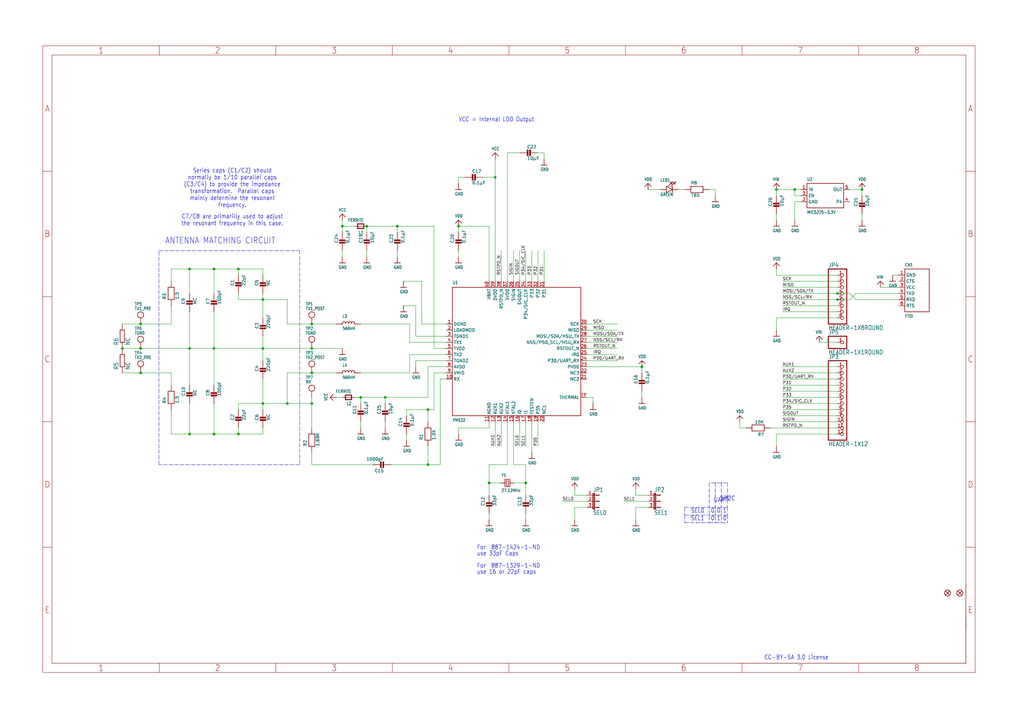
<source format=kicad_sch>
(kicad_sch (version 20211123) (generator eeschema)
  (paper "User" 425.45 299.161)
  (junction (at 129.54 144.78))
  (junction (at 358.14 78.74))
  (junction (at 177.8 193.04))
  (junction (at 58.42 134.62))
  (junction (at 99.06 111.76))
  (junction (at 99.06 180.34))
  (junction (at 347.98 121.92))
  (junction (at 203.2 200.66))
  (junction (at 129.54 167.64))
  (junction (at 149.86 165.1))
  (junction (at 142.24 93.98))
  (junction (at 88.9 180.34))
  (junction (at 109.22 144.78))
  (junction (at 129.54 154.94))
  (junction (at 58.42 144.78))
  (junction (at 78.74 144.78))
  (junction (at 160.02 165.1))
  (junction (at 50.8 144.78))
  (junction (at 165.1 93.98))
  (junction (at 109.22 124.46))
  (junction (at 218.44 200.66))
  (junction (at 322.58 78.74))
  (junction (at 58.42 154.94))
  (junction (at 129.54 134.62))
  (junction (at 78.74 180.34))
  (junction (at 330.2 78.74))
  (junction (at 88.9 111.76))
  (junction (at 266.7 152.4))
  (junction (at 152.4 93.98))
  (junction (at 119.38 167.64))
  (junction (at 78.74 111.76))
  (junction (at 347.98 124.46))
  (junction (at 205.74 73.66))
  (junction (at 88.9 144.78))
  (junction (at 177.8 170.18))
  (junction (at 190.5 93.98))
  (junction (at 109.22 167.64))
  (wire (pts (xy 347.98 177.8) (xy 320.04 177.8)))
  (wire (pts (xy 358.14 81.28) (xy 358.14 78.74)))
  (wire (pts (xy 205.74 73.66) (xy 205.74 66.04)))
  (wire (pts (xy 185.42 152.4) (xy 177.8 152.4)))
  (wire (pts (xy 78.74 144.78) (xy 88.9 144.78)))
  (wire (pts (xy 58.42 134.62) (xy 50.8 134.62)))
  (wire (pts (xy 294.64 78.74) (xy 297.18 78.74)))
  (wire (pts (xy 322.58 114.3) (xy 347.98 114.3)))
  (wire (pts (xy 185.42 144.78) (xy 180.34 144.78)))
  (wire (pts (xy 58.42 154.94) (xy 71.12 154.94)))
  (wire (pts (xy 78.74 129.54) (xy 78.74 144.78)))
  (wire (pts (xy 203.2 93.98) (xy 190.5 93.98)))
  (wire (pts (xy 78.74 180.34) (xy 88.9 180.34)))
  (wire (pts (xy 175.26 116.84) (xy 167.64 116.84)))
  (polyline (pts (xy 284.48 213.995) (xy 302.26 213.995)))
  (wire (pts (xy 142.24 93.98) (xy 142.24 96.52)))
  (wire (pts (xy 223.52 63.5) (xy 226.06 63.5)))
  (wire (pts (xy 220.98 175.26) (xy 220.98 187.96)))
  (wire (pts (xy 243.84 134.62) (xy 256.54 134.62)))
  (wire (pts (xy 297.18 78.74) (xy 297.18 81.28)))
  (wire (pts (xy 109.22 139.7) (xy 109.22 144.78)))
  (wire (pts (xy 373.38 114.3) (xy 370.84 114.3)))
  (wire (pts (xy 210.82 175.26) (xy 210.82 193.04)))
  (wire (pts (xy 182.88 193.04) (xy 177.8 193.04)))
  (wire (pts (xy 177.8 185.42) (xy 177.8 193.04)))
  (wire (pts (xy 109.22 121.92) (xy 109.22 124.46)))
  (wire (pts (xy 142.24 91.44) (xy 142.24 93.98)))
  (wire (pts (xy 322.58 78.74) (xy 322.58 81.28)))
  (wire (pts (xy 142.24 106.68) (xy 142.24 104.14)))
  (wire (pts (xy 322.58 180.34) (xy 322.58 185.42)))
  (wire (pts (xy 332.74 81.28) (xy 330.2 81.28)))
  (polyline (pts (xy 124.46 193.04) (xy 66.04 193.04)))
  (wire (pts (xy 223.52 175.26) (xy 223.52 185.42)))
  (wire (pts (xy 177.8 193.04) (xy 162.56 193.04)))
  (wire (pts (xy 243.84 210.82) (xy 238.76 210.82)))
  (wire (pts (xy 266.7 152.4) (xy 266.7 154.94)))
  (wire (pts (xy 203.2 116.84) (xy 203.2 93.98)))
  (wire (pts (xy 119.38 124.46) (xy 119.38 134.62)))
  (wire (pts (xy 78.74 111.76) (xy 71.12 111.76)))
  (wire (pts (xy 168.91 180.34) (xy 168.91 182.88)))
  (wire (pts (xy 243.84 208.28) (xy 233.68 208.28)))
  (wire (pts (xy 190.5 73.66) (xy 190.5 76.2)))
  (wire (pts (xy 149.86 165.1) (xy 149.86 167.64)))
  (wire (pts (xy 71.12 180.34) (xy 71.12 170.18)))
  (polyline (pts (xy 299.72 200.66) (xy 299.72 217.17)))
  (wire (pts (xy 347.98 121.92) (xy 325.12 121.92)))
  (wire (pts (xy 264.16 205.74) (xy 264.16 203.2)))
  (wire (pts (xy 347.98 129.54) (xy 325.12 129.54)))
  (wire (pts (xy 177.8 152.4) (xy 177.8 165.1)))
  (wire (pts (xy 147.32 93.98) (xy 142.24 93.98)))
  (wire (pts (xy 243.84 142.24) (xy 256.54 142.24)))
  (wire (pts (xy 330.2 78.74) (xy 322.58 78.74)))
  (wire (pts (xy 347.98 157.48) (xy 325.12 157.48)))
  (wire (pts (xy 149.86 154.94) (xy 170.18 154.94)))
  (polyline (pts (xy 302.26 200.66) (xy 299.72 200.66)))
  (wire (pts (xy 71.12 180.34) (xy 78.74 180.34)))
  (wire (pts (xy 347.98 132.08) (xy 322.58 132.08)))
  (wire (pts (xy 170.18 134.62) (xy 170.18 142.24)))
  (wire (pts (xy 71.12 160.02) (xy 71.12 154.94)))
  (wire (pts (xy 71.12 134.62) (xy 71.12 127)))
  (wire (pts (xy 129.54 177.8) (xy 129.54 167.64)))
  (wire (pts (xy 152.4 104.14) (xy 152.4 106.68)))
  (wire (pts (xy 109.22 157.48) (xy 109.22 167.64)))
  (wire (pts (xy 210.82 63.5) (xy 215.9 63.5)))
  (wire (pts (xy 307.34 177.8) (xy 307.34 175.26)))
  (wire (pts (xy 109.22 167.64) (xy 119.38 167.64)))
  (wire (pts (xy 50.8 154.94) (xy 58.42 154.94)))
  (wire (pts (xy 353.06 78.74) (xy 358.14 78.74)))
  (wire (pts (xy 269.24 208.28) (xy 259.08 208.28)))
  (wire (pts (xy 353.06 124.46) (xy 347.98 124.46)))
  (wire (pts (xy 185.42 157.48) (xy 182.88 157.48)))
  (wire (pts (xy 88.9 111.76) (xy 78.74 111.76)))
  (wire (pts (xy 172.72 139.7) (xy 172.72 127)))
  (wire (pts (xy 200.66 73.66) (xy 205.74 73.66)))
  (wire (pts (xy 129.54 193.04) (xy 129.54 187.96)))
  (wire (pts (xy 347.98 175.26) (xy 325.12 175.26)))
  (polyline (pts (xy 284.48 213.995) (xy 284.48 217.17)))
  (wire (pts (xy 149.86 175.26) (xy 149.86 177.8)))
  (wire (pts (xy 373.38 124.46) (xy 355.6 124.46)))
  (wire (pts (xy 180.34 154.94) (xy 180.34 170.18)))
  (wire (pts (xy 170.18 154.94) (xy 170.18 147.32)))
  (wire (pts (xy 213.36 200.66) (xy 218.44 200.66)))
  (polyline (pts (xy 302.26 200.66) (xy 302.26 210.82)))
  (polyline (pts (xy 66.04 104.14) (xy 124.46 104.14)))
  (wire (pts (xy 243.84 144.78) (xy 256.54 144.78)))
  (wire (pts (xy 88.9 111.76) (xy 88.9 121.92)))
  (wire (pts (xy 243.84 165.1) (xy 246.38 165.1)))
  (wire (pts (xy 168.91 170.18) (xy 168.91 172.72)))
  (wire (pts (xy 129.54 134.62) (xy 139.7 134.62)))
  (wire (pts (xy 78.74 167.64) (xy 78.74 180.34)))
  (wire (pts (xy 58.42 144.78) (xy 78.74 144.78)))
  (wire (pts (xy 205.74 116.84) (xy 205.74 73.66)))
  (wire (pts (xy 358.14 88.9) (xy 358.14 91.44)))
  (polyline (pts (xy 66.04 193.04) (xy 66.04 104.14)))
  (wire (pts (xy 180.34 170.18) (xy 177.8 170.18)))
  (wire (pts (xy 353.06 121.92) (xy 347.98 121.92)))
  (polyline (pts (xy 299.72 200.66) (xy 297.18 200.66)))
  (wire (pts (xy 109.22 111.76) (xy 99.06 111.76)))
  (wire (pts (xy 147.32 165.1) (xy 149.86 165.1)))
  (wire (pts (xy 322.58 132.08) (xy 322.58 137.16)))
  (wire (pts (xy 170.18 147.32) (xy 185.42 147.32)))
  (wire (pts (xy 218.44 213.36) (xy 218.44 215.9)))
  (wire (pts (xy 203.2 193.04) (xy 203.2 200.66)))
  (wire (pts (xy 160.02 165.1) (xy 160.02 167.64)))
  (wire (pts (xy 330.2 83.82) (xy 330.2 91.44)))
  (wire (pts (xy 119.38 154.94) (xy 129.54 154.94)))
  (wire (pts (xy 213.36 116.84) (xy 213.36 104.14)))
  (wire (pts (xy 129.54 144.78) (xy 142.24 144.78)))
  (wire (pts (xy 218.44 116.84) (xy 218.44 104.14)))
  (wire (pts (xy 243.84 147.32) (xy 256.54 147.32)))
  (wire (pts (xy 185.42 139.7) (xy 172.72 139.7)))
  (wire (pts (xy 203.2 175.26) (xy 203.2 177.8)))
  (wire (pts (xy 203.2 213.36) (xy 203.2 215.9)))
  (wire (pts (xy 226.06 63.5) (xy 226.06 66.04)))
  (wire (pts (xy 180.34 144.78) (xy 180.34 93.98)))
  (wire (pts (xy 129.54 167.64) (xy 129.54 165.1)))
  (wire (pts (xy 177.8 170.18) (xy 177.8 175.26)))
  (wire (pts (xy 193.04 73.66) (xy 190.5 73.66)))
  (wire (pts (xy 226.06 116.84) (xy 226.06 104.14)))
  (polyline (pts (xy 299.72 217.17) (xy 302.26 217.17)))
  (wire (pts (xy 347.98 127) (xy 325.12 127)))
  (wire (pts (xy 88.9 160.02) (xy 88.9 144.78)))
  (wire (pts (xy 269.24 78.74) (xy 274.32 78.74)))
  (wire (pts (xy 109.22 124.46) (xy 109.22 132.08)))
  (wire (pts (xy 347.98 152.4) (xy 325.12 152.4)))
  (wire (pts (xy 190.5 177.8) (xy 190.5 180.34)))
  (wire (pts (xy 269.24 205.74) (xy 264.16 205.74)))
  (wire (pts (xy 347.98 154.94) (xy 325.12 154.94)))
  (wire (pts (xy 210.82 116.84) (xy 210.82 63.5)))
  (wire (pts (xy 332.74 83.82) (xy 330.2 83.82)))
  (wire (pts (xy 139.7 165.1) (xy 142.24 165.1)))
  (wire (pts (xy 99.06 180.34) (xy 99.06 177.8)))
  (polyline (pts (xy 284.48 210.82) (xy 284.48 213.995)))
  (wire (pts (xy 78.74 160.02) (xy 78.74 144.78)))
  (wire (pts (xy 322.58 88.9) (xy 322.58 91.44)))
  (wire (pts (xy 109.22 124.46) (xy 119.38 124.46)))
  (wire (pts (xy 215.9 175.26) (xy 215.9 185.42)))
  (wire (pts (xy 347.98 165.1) (xy 325.12 165.1)))
  (wire (pts (xy 88.9 144.78) (xy 109.22 144.78)))
  (wire (pts (xy 347.98 119.38) (xy 325.12 119.38)))
  (wire (pts (xy 243.84 139.7) (xy 256.54 139.7)))
  (wire (pts (xy 238.76 205.74) (xy 238.76 203.2)))
  (wire (pts (xy 203.2 177.8) (xy 190.5 177.8)))
  (wire (pts (xy 177.8 165.1) (xy 160.02 165.1)))
  (wire (pts (xy 109.22 149.86) (xy 109.22 144.78)))
  (wire (pts (xy 218.44 200.66) (xy 218.44 205.74)))
  (wire (pts (xy 220.98 116.84) (xy 220.98 104.14)))
  (wire (pts (xy 175.26 134.62) (xy 175.26 116.84)))
  (wire (pts (xy 269.24 210.82) (xy 264.16 210.82)))
  (polyline (pts (xy 124.46 104.14) (xy 124.46 193.04)))
  (wire (pts (xy 218.44 175.26) (xy 218.44 185.42)))
  (polyline (pts (xy 297.18 217.17) (xy 299.72 217.17)))
  (wire (pts (xy 347.98 180.34) (xy 322.58 180.34)))
  (wire (pts (xy 78.74 111.76) (xy 78.74 121.92)))
  (wire (pts (xy 355.6 124.46) (xy 353.06 121.92)))
  (wire (pts (xy 109.22 177.8) (xy 109.22 180.34)))
  (wire (pts (xy 152.4 96.52) (xy 152.4 93.98)))
  (wire (pts (xy 71.12 134.62) (xy 58.42 134.62)))
  (wire (pts (xy 99.06 167.64) (xy 109.22 167.64)))
  (wire (pts (xy 213.36 175.26) (xy 213.36 193.04)))
  (wire (pts (xy 88.9 129.54) (xy 88.9 144.78)))
  (wire (pts (xy 203.2 200.66) (xy 208.28 200.66)))
  (wire (pts (xy 238.76 210.82) (xy 238.76 215.9)))
  (wire (pts (xy 243.84 205.74) (xy 238.76 205.74)))
  (wire (pts (xy 109.22 124.46) (xy 99.06 124.46)))
  (wire (pts (xy 160.02 177.8) (xy 160.02 175.26)))
  (wire (pts (xy 205.74 175.26) (xy 205.74 185.42)))
  (wire (pts (xy 223.52 116.84) (xy 223.52 104.14)))
  (polyline (pts (xy 284.48 217.17) (xy 294.64 217.17)))
  (wire (pts (xy 99.06 111.76) (xy 88.9 111.76)))
  (wire (pts (xy 309.88 177.8) (xy 307.34 177.8)))
  (wire (pts (xy 330.2 81.28) (xy 330.2 78.74)))
  (wire (pts (xy 180.34 93.98) (xy 165.1 93.98)))
  (wire (pts (xy 185.42 149.86) (xy 172.72 149.86)))
  (wire (pts (xy 109.22 144.78) (xy 129.54 144.78)))
  (wire (pts (xy 129.54 167.64) (xy 119.38 167.64)))
  (wire (pts (xy 208.28 175.26) (xy 208.28 185.42)))
  (wire (pts (xy 203.2 205.74) (xy 203.2 200.66)))
  (wire (pts (xy 281.94 78.74) (xy 284.48 78.74)))
  (wire (pts (xy 119.38 167.64) (xy 119.38 154.94)))
  (wire (pts (xy 347.98 142.24) (xy 340.36 142.24)))
  (wire (pts (xy 347.98 116.84) (xy 325.12 116.84)))
  (wire (pts (xy 264.16 210.82) (xy 264.16 215.9)))
  (wire (pts (xy 243.84 152.4) (xy 266.7 152.4)))
  (wire (pts (xy 50.8 144.78) (xy 58.42 144.78)))
  (wire (pts (xy 129.54 154.94) (xy 139.7 154.94)))
  (wire (pts (xy 347.98 172.72) (xy 325.12 172.72)))
  (wire (pts (xy 99.06 111.76) (xy 99.06 114.3)))
  (wire (pts (xy 208.28 116.84) (xy 208.28 104.14)))
  (wire (pts (xy 190.5 93.98) (xy 190.5 96.52)))
  (wire (pts (xy 332.74 78.74) (xy 330.2 78.74)))
  (wire (pts (xy 215.9 116.84) (xy 215.9 104.14)))
  (polyline (pts (xy 302.26 213.995) (xy 302.26 217.17)))
  (wire (pts (xy 119.38 134.62) (xy 129.54 134.62)))
  (wire (pts (xy 243.84 137.16) (xy 256.54 137.16)))
  (wire (pts (xy 172.72 127) (xy 167.64 127)))
  (wire (pts (xy 170.18 142.24) (xy 185.42 142.24)))
  (wire (pts (xy 88.9 167.64) (xy 88.9 180.34)))
  (wire (pts (xy 355.6 121.92) (xy 353.06 124.46)))
  (polyline (pts (xy 297.18 200.66) (xy 294.64 200.66)))
  (wire (pts (xy 185.42 154.94) (xy 180.34 154.94)))
  (wire (pts (xy 347.98 170.18) (xy 325.12 170.18)))
  (wire (pts (xy 88.9 180.34) (xy 99.06 180.34)))
  (polyline (pts (xy 294.64 217.17) (xy 297.18 217.17)))
  (wire (pts (xy 266.7 162.56) (xy 266.7 165.1)))
  (polyline (pts (xy 294.64 200.66) (xy 294.64 217.17)))
  (wire (pts (xy 185.42 134.62) (xy 175.26 134.62)))
  (wire (pts (xy 182.88 157.48) (xy 182.88 193.04)))
  (wire (pts (xy 246.38 165.1) (xy 246.38 167.64)))
  (wire (pts (xy 165.1 96.52) (xy 165.1 93.98)))
  (wire (pts (xy 373.38 119.38) (xy 365.76 119.38)))
  (wire (pts (xy 213.36 193.04) (xy 218.44 193.04)))
  (wire (pts (xy 373.38 121.92) (xy 355.6 121.92)))
  (wire (pts (xy 177.8 170.18) (xy 168.91 170.18)))
  (wire (pts (xy 165.1 93.98) (xy 152.4 93.98)))
  (wire (pts (xy 99.06 180.34) (xy 109.22 180.34)))
  (polyline (pts (xy 297.18 200.66) (xy 297.18 217.17)))
  (wire (pts (xy 99.06 124.46) (xy 99.06 121.92)))
  (wire (pts (xy 210.82 193.04) (xy 203.2 193.04)))
  (wire (pts (xy 190.5 104.14) (xy 190.5 106.68)))
  (wire (pts (xy 165.1 106.68) (xy 165.1 104.14)))
  (wire (pts (xy 149.86 134.62) (xy 170.18 134.62)))
  (wire (pts (xy 160.02 165.1) (xy 149.86 165.1)))
  (wire (pts (xy 243.84 149.86) (xy 256.54 149.86)))
  (wire (pts (xy 347.98 160.02) (xy 325.12 160.02)))
  (wire (pts (xy 99.06 170.18) (xy 99.06 167.64)))
  (wire (pts (xy 154.94 193.04) (xy 129.54 193.04)))
  (polyline (pts (xy 302.26 210.82) (xy 302.26 213.995)))
  (wire (pts (xy 172.72 149.86) (xy 172.72 152.4)))
  (wire (pts (xy 109.22 114.3) (xy 109.22 111.76)))
  (wire (pts (xy 347.98 167.64) (xy 325.12 167.64)))
  (polyline (pts (xy 284.48 210.82) (xy 302.26 210.82)))
  (wire (pts (xy 322.58 114.3) (xy 322.58 111.76)))
  (wire (pts (xy 347.98 162.56) (xy 325.12 162.56)))
  (wire (pts (xy 347.98 124.46) (xy 325.12 124.46)))
  (wire (pts (xy 218.44 193.04) (xy 218.44 200.66)))
  (wire (pts (xy 71.12 116.84) (xy 71.12 111.76)))
  (wire (pts (xy 109.22 167.64) (xy 109.22 170.18)))
  (text "VCC = Internal LDO Output" (at 190.5 50.8 180) (effects (font (size 1.778 1.5113)) (justify left bottom)))
  (text "SEL1" (at 287.02 216.535 180) (effects (font (size 1.778 1.5113)) (justify left bottom)))
  (text "1" (at 300.355 213.36 180) (effects (font (size 1.778 1.5113)) (justify left bottom)))
  (text "0" (at 297.815 213.36 180) (effects (font (size 1.778 1.5113)) (justify left bottom)))
  (text "For  887-1329-1-ND" (at 198.12 236.22 180) (effects (font (size 1.778 1.5113)) (justify left bottom)))
  (text "For  887-1424-1-ND" (at 198.12 228.6 180) (effects (font (size 1.778 1.5113)) (justify left bottom)))
  (text "0" (at 300.355 216.535 180) (effects (font (size 1.778 1.5113)) (justify left bottom)))
  (text "UART" (at 296.545 208.915 180) (effects (font (size 1.778 1.5113)) (justify left bottom)))
  (text "Series caps (C1/C2) should\nnormally be 1/10 parallel caps\n(C3/C4) to provide the impedance\ntransformation.  Parallel caps\nmainly determine the resonant\nfrequency." (at 96.52 86.36 180) (effects (font (size 1.778 1.5113)) (justify bottom)))
  (text "0" (at 295.275 216.535 180) (effects (font (size 1.778 1.5113)) (justify left bottom)))
  (text "use 33pF Caps" (at 198.12 231.14 180) (effects (font (size 1.778 1.5113)) (justify left bottom)))
  (text "C7/C8 are primarilly used to adjust\nthe resonant frequency in this case." (at 96.52 93.98 180) (effects (font (size 1.778 1.5113)) (justify bottom)))
  (text "SEL0" (at 287.02 213.36 180) (effects (font (size 1.778 1.5113)) (justify left bottom)))
  (text "CC-BY-SA 3.0 License" (at 317.5 274.32 180) (effects (font (size 1.778 1.5113)) (justify left bottom)))
  (text "ANTENNA MATCHING CIRCUIT" (at 68.58 101.6 180) (effects (font (size 2.54 2.159)) (justify left bottom)))
  (text "1" (at 297.815 216.535 180) (effects (font (size 1.778 1.5113)) (justify left bottom)))
  (text "0" (at 295.275 213.36 180) (effects (font (size 1.778 1.5113)) (justify left bottom)))
  (text "use 16 or 22pF caps" (at 198.12 238.76 180) (effects (font (size 1.778 1.5113)) (justify left bottom)))
  (text "SPI" (at 299.085 208.28 180) (effects (font (size 1.778 1.5113)) (justify left bottom)))
  (text "I2C" (at 301.625 208.28 180) (effects (font (size 1.778 1.5113)) (justify left bottom)))
  (label "P35" (at 325.12 170.18 0) (effects (font (size 1.2446 1.2446))))
  (label "NSS/SCL/RX" (at 246.38 142.24 0) (effects (font (size 1.2446 1.2446))))
  (label "AUX1" (at 205.74 185.42 90) (effects (font (size 1.2446 1.2446))))
  (label "RSTOUT_N" (at 325.12 127 0) (effects (font (size 1.2446 1.2446))))
  (label "P32" (at 325.12 162.56 0) (effects (font (size 1.2446 1.2446))))
  (label "P31" (at 325.12 160.02 0) (effects (font (size 1.2446 1.2446))))
  (label "SCK" (at 246.38 134.62 0) (effects (font (size 1.2446 1.2446))))
  (label "P31" (at 226.06 114.3 90) (effects (font (size 1.2446 1.2446))))
  (label "SIGIN" (at 325.12 175.26 0) (effects (font (size 1.2446 1.2446))))
  (label "P33" (at 325.12 165.1 0) (effects (font (size 1.2446 1.2446))))
  (label "P33" (at 220.98 114.3 90) (effects (font (size 1.2446 1.2446))))
  (label "RSTPD_N" (at 208.28 114.3 90) (effects (font (size 1.2446 1.2446))))
  (label "RSTOUT_N" (at 246.38 144.78 0) (effects (font (size 1.2446 1.2446))))
  (label "SEL1" (at 259.08 208.28 0) (effects (font (size 1.2446 1.2446))))
  (label "AUX1" (at 325.12 152.4 0) (effects (font (size 1.2446 1.2446))))
  (label "P30/UART_RX" (at 325.12 157.48 0) (effects (font (size 1.2446 1.2446))))
  (label "SEL0" (at 233.68 208.28 0) (effects (font (size 1.2446 1.2446))))
  (label "SEL0" (at 215.9 185.42 90) (effects (font (size 1.2446 1.2446))))
  (label "SIGOUT" (at 325.12 172.72 0) (effects (font (size 1.2446 1.2446))))
  (label "SEL1" (at 218.44 185.42 90) (effects (font (size 1.2446 1.2446))))
  (label "IRQ" (at 325.12 129.54 0) (effects (font (size 1.2446 1.2446))))
  (label "RSTPD_N" (at 325.12 177.8 0) (effects (font (size 1.2446 1.2446))))
  (label "P35" (at 223.52 185.42 90) (effects (font (size 1.2446 1.2446))))
  (label "P34/SIC_CLK" (at 325.12 167.64 0) (effects (font (size 1.2446 1.2446))))
  (label "IRQ" (at 246.38 147.32 0) (effects (font (size 1.2446 1.2446))))
  (label "NSS/SCL/RX" (at 325.12 124.46 0) (effects (font (size 1.2446 1.2446))))
  (label "P30/UART_RX" (at 246.38 149.86 0) (effects (font (size 1.2446 1.2446))))
  (label "AUX2" (at 208.28 185.42 90) (effects (font (size 1.2446 1.2446))))
  (label "MISO" (at 325.12 119.38 0) (effects (font (size 1.2446 1.2446))))
  (label "MISO" (at 246.38 137.16 0) (effects (font (size 1.2446 1.2446))))
  (label "SCK" (at 325.12 116.84 0) (effects (font (size 1.2446 1.2446))))
  (label "MOSI/SDA/TX" (at 246.38 139.7 0) (effects (font (size 1.2446 1.2446))))
  (label "MOSI/SDA/TX" (at 325.12 121.92 0) (effects (font (size 1.2446 1.2446))))
  (label "P34/SIC_CLK" (at 218.44 114.3 90) (effects (font (size 1.2446 1.2446))))
  (label "SIGOUT" (at 215.9 114.3 90) (effects (font (size 1.2446 1.2446))))
  (label "AUX2" (at 325.12 154.94 0) (effects (font (size 1.2446 1.2446))))
  (label "SIGIN" (at 213.36 114.3 90) (effects (font (size 1.2446 1.2446))))
  (label "P32" (at 223.52 114.3 90) (effects (font (size 1.2446 1.2446))))
  (symbol (lib_id "eagleSchem-eagle-import:CRYSTAL3.2X2.5") (at 210.82 200.66 0) (unit 1)
    (property "Reference" "Y1" (at 208.28 198.12 0) (effects (font (size 1.27 1.0795)) (justify left bottom)))
    (property "Value" "27.12MHz" (at 208.28 204.47 0) (effects (font (size 1.27 1.0795)) (justify left bottom)))
    (property "Footprint" "eagleSchem:CRYSTAL_3.2X2.5" (effects hide))
  )
  (symbol (lib_id "eagleSchem-eagle-import:CAP_CERAMIC0805-NOOUTLINE") (at 203.2 210.82 0) (unit 1)
    (property "Reference" "C12" (at 201.41 210.28 90) (effects (justify left bottom)))
    (property "Value" "33pF" (at 206.2 210.28 90) (effects (justify left bottom)))
    (property "Footprint" "eagleSchem:0805-NO" (effects hide))
  )
  (symbol (lib_id "eagleSchem-eagle-import:CAP_CERAMIC0805-NOOUTLINE") (at 109.22 137.16 0) (unit 1)
    (property "Reference" "C3" (at 107.43 136.62 90) (effects (justify left bottom)))
    (property "Value" "220pF" (at 112.22 136.62 90) (effects (justify left bottom)))
    (property "Footprint" "eagleSchem:0805-NO" (effects hide))
  )
  (symbol (lib_id "eagleSchem-eagle-import:CAP_CERAMIC0805-NOOUTLINE") (at 218.44 63.5 270) (unit 1)
    (property "Reference" "C22" (at 218.98 61.71 90) (effects (justify left bottom)))
    (property "Value" "10µF" (at 218.98 66.5 90) (effects (justify left bottom)))
    (property "Footprint" "eagleSchem:0805-NO" (effects hide))
  )
  (symbol (lib_id "eagleSchem-eagle-import:CAP_CERAMIC0805-NOOUTLINE") (at 99.06 175.26 0) (unit 1)
    (property "Reference" "C2" (at 97.27 174.72 90) (effects (justify left bottom)))
    (property "Value" "22pF" (at 102.06 174.72 90) (effects (justify left bottom)))
    (property "Footprint" "eagleSchem:0805-NO" (effects hide))
  )
  (symbol (lib_id "eagleSchem-eagle-import:TESTPOINTROUND1MM") (at 129.54 165.1 0) (unit 1)
    (property "Reference" "TP7" (at 127 157.48 0) (effects (font (size 1.27 1.0795)) (justify left bottom)))
    (property "Value" "RX" (at 127 159.385 0) (effects (font (size 1.27 1.0795)) (justify left bottom)))
    (property "Footprint" "eagleSchem:TESTPOINT_ROUND_1MM" (effects hide))
  )
  (symbol (lib_id "eagleSchem-eagle-import:CAP_CERAMIC0805-NOOUTLINE") (at 358.14 86.36 0) (unit 1)
    (property "Reference" "C21" (at 356.35 85.82 90) (effects (justify left bottom)))
    (property "Value" "10µF" (at 361.14 85.82 90) (effects (justify left bottom)))
    (property "Footprint" "eagleSchem:0805-NO" (effects hide))
  )
  (symbol (lib_id "eagleSchem-eagle-import:HEADER-1X12") (at 350.52 167.64 0) (unit 1)
    (property "Reference" "JP3" (at 344.17 149.225 0) (effects (font (size 1.778 1.5113)) (justify left bottom)))
    (property "Value" "HEADER-1X12" (at 344.17 185.42 0) (effects (font (size 1.778 1.5113)) (justify left bottom)))
    (property "Footprint" "eagleSchem:1X12_ROUND" (effects hide))
  )
  (symbol (lib_id "eagleSchem-eagle-import:GND") (at 142.24 147.32 0) (unit 1)
    (property "Reference" "#U$2" (effects hide))
    (property "Value" "GND" (at 140.716 149.86 0) (effects (font (size 1.27 1.0795)) (justify left bottom)))
    (property "Footprint" "eagleSchem:" (effects hide))
  )
  (symbol (lib_id "eagleSchem-eagle-import:GND") (at 330.2 93.98 0) (unit 1)
    (property "Reference" "#U$42" (effects hide))
    (property "Value" "GND" (at 328.676 96.52 0) (effects (font (size 1.27 1.0795)) (justify left bottom)))
    (property "Footprint" "eagleSchem:" (effects hide))
  )
  (symbol (lib_id "eagleSchem-eagle-import:CAP_CERAMIC0805-NOOUTLINE") (at 109.22 119.38 0) (unit 1)
    (property "Reference" "C5" (at 107.43 118.84 90) (effects (justify left bottom)))
    (property "Value" "NC" (at 112.22 118.84 90) (effects (justify left bottom)))
    (property "Footprint" "eagleSchem:0805-NO" (effects hide))
  )
  (symbol (lib_id "eagleSchem-eagle-import:TESTPOINTROUND1MM") (at 129.54 144.78 0) (unit 1)
    (property "Reference" "TP2" (at 127 137.16 0) (effects (font (size 1.27 1.0795)) (justify left bottom)))
    (property "Value" "TGND" (at 127 139.065 0) (effects (font (size 1.27 1.0795)) (justify left bottom)))
    (property "Footprint" "eagleSchem:TESTPOINT_ROUND_1MM" (effects hide))
  )
  (symbol (lib_id "eagleSchem-eagle-import:FIDUCIAL1X2.5") (at 393.7 246.38 0) (unit 1)
    (property "Reference" "FID2" (effects hide))
    (property "Value" "FIDUCIAL1X2.5" (effects hide))
    (property "Footprint" "eagleSchem:FIDUCIAL-1X2.5" (effects hide))
  )
  (symbol (lib_id "eagleSchem-eagle-import:GND") (at 190.5 182.88 0) (unit 1)
    (property "Reference" "#U$12" (effects hide))
    (property "Value" "GND" (at 188.976 185.42 0) (effects (font (size 1.27 1.0795)) (justify left bottom)))
    (property "Footprint" "eagleSchem:" (effects hide))
  )
  (symbol (lib_id "eagleSchem-eagle-import:TESTPOINTROUND1MM") (at 129.54 154.94 0) (unit 1)
    (property "Reference" "TP3" (at 127 147.32 0) (effects (font (size 1.27 1.0795)) (justify left bottom)))
    (property "Value" "TX2_POST" (at 127 149.225 0) (effects (font (size 1.27 1.0795)) (justify left bottom)))
    (property "Footprint" "eagleSchem:TESTPOINT_ROUND_1MM" (effects hide))
  )
  (symbol (lib_id "eagleSchem-eagle-import:R-EU_R0201") (at 50.8 149.86 90) (unit 1)
    (property "Reference" "R5" (at 49.3014 153.67 0) (effects (font (size 1.778 1.5113)) (justify left bottom)))
    (property "Value" "NC" (at 54.102 153.67 0) (effects (font (size 1.778 1.5113)) (justify left bottom)))
    (property "Footprint" "eagleSchem:R0201" (effects hide))
  )
  (symbol (lib_id "eagleSchem-eagle-import:FTDIUSBCABLE") (at 383.54 119.38 0) (unit 1)
    (property "Reference" "CN1" (at 375.92 110.744 0) (effects (font (size 1.27 1.0795)) (justify left bottom)))
    (property "Value" "FTDI" (at 375.92 132.08 0) (effects (font (size 1.27 1.0795)) (justify left bottom)))
    (property "Footprint" "eagleSchem:1X06_ROUND" (effects hide))
  )
  (symbol (lib_id "eagleSchem-eagle-import:INDUCTOR0805") (at 144.78 154.94 0) (unit 1)
    (property "Reference" "L4" (at 142.24 152.4 0) (effects (font (size 1.27 1.0795)) (justify left bottom)))
    (property "Value" "560nH" (at 142.24 157.48 0) (effects (font (size 1.27 1.0795)) (justify left bottom)))
    (property "Footprint" "eagleSchem:0805" (effects hide))
  )
  (symbol (lib_id "eagleSchem-eagle-import:VDD") (at 264.16 200.66 0) (unit 1)
    (property "Reference" "#U$26" (effects hide))
    (property "Value" "VDD" (at 262.636 199.644 0) (effects (font (size 1.27 1.0795)) (justify left bottom)))
    (property "Footprint" "eagleSchem:" (effects hide))
  )
  (symbol (lib_id "eagleSchem-eagle-import:GND") (at 149.86 180.34 0) (unit 1)
    (property "Reference" "#U$11" (effects hide))
    (property "Value" "GND" (at 148.336 182.88 0) (effects (font (size 1.27 1.0795)) (justify left bottom)))
    (property "Footprint" "eagleSchem:" (effects hide))
  )
  (symbol (lib_id "eagleSchem-eagle-import:JUMPER3") (at 246.38 208.28 270) (unit 1)
    (property "Reference" "JP1" (at 246.38 204.47 90) (effects (font (size 1.778 1.5113)) (justify left bottom)))
    (property "Value" "SEL0" (at 246.38 213.995 90) (effects (font (size 1.778 1.5113)) (justify left bottom)))
    (property "Footprint" "eagleSchem:JUMPER3" (effects hide))
  )
  (symbol (lib_id "eagleSchem-eagle-import:VREG_SOT23-5") (at 342.9 81.28 0) (unit 1)
    (property "Reference" "U2" (at 335.28 75.184 0) (effects (font (size 1.27 1.0795)) (justify left bottom)))
    (property "Value" "MIC5225-3.3V" (at 335.28 88.9 0) (effects (font (size 1.27 1.0795)) (justify left bottom)))
    (property "Footprint" "eagleSchem:SOT23-5" (effects hide))
  )
  (symbol (lib_id "eagleSchem-eagle-import:RESISTOR0805_NOOUTLINE") (at 314.96 177.8 180) (unit 1)
    (property "Reference" "R7" (at 317.5 179.832 0) (effects (justify left bottom)))
    (property "Value" "10K" (at 317.5 174.625 0) (effects (justify left bottom)))
    (property "Footprint" "eagleSchem:0805-NO" (effects hide))
  )
  (symbol (lib_id "eagleSchem-eagle-import:CAP_CERAMIC0805-NOOUTLINE") (at 88.9 127 0) (unit 1)
    (property "Reference" "C7" (at 87.11 126.46 90) (effects (justify left bottom)))
    (property "Value" "100pF" (at 91.9 126.46 90) (effects (justify left bottom)))
    (property "Footprint" "eagleSchem:0805-NO" (effects hide))
  )
  (symbol (lib_id "eagleSchem-eagle-import:GND") (at 246.38 170.18 0) (unit 1)
    (property "Reference" "#U$18" (effects hide))
    (property "Value" "GND" (at 244.856 172.72 0) (effects (font (size 1.27 1.0795)) (justify left bottom)))
    (property "Footprint" "eagleSchem:" (effects hide))
  )
  (symbol (lib_id "eagleSchem-eagle-import:GND") (at 165.1 109.22 0) (unit 1)
    (property "Reference" "#U$15" (effects hide))
    (property "Value" "GND" (at 163.576 111.76 0) (effects (font (size 1.27 1.0795)) (justify left bottom)))
    (property "Footprint" "eagleSchem:" (effects hide))
  )
  (symbol (lib_id "eagleSchem-eagle-import:GND") (at 226.06 68.58 0) (unit 1)
    (property "Reference" "#U$35" (effects hide))
    (property "Value" "GND" (at 224.536 71.12 0) (effects (font (size 1.27 1.0795)) (justify left bottom)))
    (property "Footprint" "eagleSchem:" (effects hide))
  )
  (symbol (lib_id "eagleSchem-eagle-import:CAP_CERAMIC0805-NOOUTLINE") (at 142.24 101.6 0) (unit 1)
    (property "Reference" "C24" (at 140.45 101.06 90) (effects (justify left bottom)))
    (property "Value" "0.1µF" (at 145.24 101.06 90) (effects (justify left bottom)))
    (property "Footprint" "eagleSchem:0805-NO" (effects hide))
  )
  (symbol (lib_id "eagleSchem-eagle-import:TESTPOINTROUND1MM") (at 129.54 134.62 0) (unit 1)
    (property "Reference" "TP1" (at 127 127 0) (effects (font (size 1.27 1.0795)) (justify left bottom)))
    (property "Value" "TX1_POST" (at 127 128.905 0) (effects (font (size 1.27 1.0795)) (justify left bottom)))
    (property "Footprint" "eagleSchem:TESTPOINT_ROUND_1MM" (effects hide))
  )
  (symbol (lib_id "eagleSchem-eagle-import:FIDUCIAL1X2.5") (at 398.78 246.38 0) (unit 1)
    (property "Reference" "FID1" (effects hide))
    (property "Value" "FIDUCIAL1X2.5" (effects hide))
    (property "Footprint" "eagleSchem:FIDUCIAL-1X2.5" (effects hide))
  )
  (symbol (lib_id "eagleSchem-eagle-import:CAP_CERAMIC0805-NOOUTLINE") (at 78.74 127 0) (unit 1)
    (property "Reference" "C9" (at 76.95 126.46 90) (effects (justify left bottom)))
    (property "Value" "NC" (at 81.74 126.46 90) (effects (justify left bottom)))
    (property "Footprint" "eagleSchem:0805-NO" (effects hide))
  )
  (symbol (lib_id "eagleSchem-eagle-import:VIN") (at 365.76 116.84 0) (unit 1)
    (property "Reference" "#U$48" (effects hide))
    (property "Value" "VIN" (at 364.236 115.824 0) (effects (font (size 1.27 1.0795)) (justify left bottom)))
    (property "Footprint" "eagleSchem:" (effects hide))
  )
  (symbol (lib_id "eagleSchem-eagle-import:GND") (at 238.76 218.44 0) (unit 1)
    (property "Reference" "#U$5" (effects hide))
    (property "Value" "GND" (at 237.236 220.98 0) (effects (font (size 1.27 1.0795)) (justify left bottom)))
    (property "Footprint" "eagleSchem:" (effects hide))
  )
  (symbol (lib_id "eagleSchem-eagle-import:CAP_CERAMIC0805-NOOUTLINE") (at 195.58 73.66 270) (unit 1)
    (property "Reference" "C17" (at 196.12 71.87 90) (effects (justify left bottom)))
    (property "Value" "0.1µF" (at 196.12 76.66 90) (effects (justify left bottom)))
    (property "Footprint" "eagleSchem:0805-NO" (effects hide))
  )
  (symbol (lib_id "eagleSchem-eagle-import:CAP_CERAMIC0805-NOOUTLINE") (at 109.22 175.26 0) (unit 1)
    (property "Reference" "C6" (at 107.43 174.72 90) (effects (justify left bottom)))
    (property "Value" "NC" (at 112.22 174.72 90) (effects (justify left bottom)))
    (property "Footprint" "eagleSchem:0805-NO" (effects hide))
  )
  (symbol (lib_id "eagleSchem-eagle-import:PN532") (at 215.9 147.32 0) (unit 1)
    (property "Reference" "U1" (at 187.96 118.11 0) (effects (font (size 1.27 1.0795)) (justify left bottom)))
    (property "Value" "PN532" (at 187.96 175.26 0) (effects (font (size 1.27 1.0795)) (justify left bottom)))
    (property "Footprint" "eagleSchem:HVQFN40-6X6" (effects hide))
  )
  (symbol (lib_id "eagleSchem-eagle-import:RESISTOR0805_NOOUTLINE") (at 177.8 180.34 90) (unit 1)
    (property "Reference" "R1" (at 175.768 182.88 0) (effects (justify left bottom)))
    (property "Value" "1.0K" (at 180.975 182.88 0) (effects (justify left bottom)))
    (property "Footprint" "eagleSchem:0805-NO" (effects hide))
  )
  (symbol (lib_id "eagleSchem-eagle-import:CAP_CERAMIC0805-NOOUTLINE") (at 266.7 160.02 0) (unit 1)
    (property "Reference" "C16" (at 264.91 159.48 90) (effects (justify left bottom)))
    (property "Value" "0.1µF" (at 269.7 159.48 90) (effects (justify left bottom)))
    (property "Footprint" "eagleSchem:0805-NO" (effects hide))
  )
  (symbol (lib_id "eagleSchem-eagle-import:GND") (at 167.64 119.38 0) (unit 1)
    (property "Reference" "#U$10" (effects hide))
    (property "Value" "GND" (at 166.116 121.92 0) (effects (font (size 1.27 1.0795)) (justify left bottom)))
    (property "Footprint" "eagleSchem:" (effects hide))
  )
  (symbol (lib_id "eagleSchem-eagle-import:RESISTOR0805_NOOUTLINE") (at 129.54 182.88 90) (unit 1)
    (property "Reference" "R2" (at 127.508 185.42 0) (effects (justify left bottom)))
    (property "Value" "1.69K" (at 132.715 185.42 0) (effects (justify left bottom)))
    (property "Footprint" "eagleSchem:0805-NO" (effects hide))
  )
  (symbol (lib_id "eagleSchem-eagle-import:RESISTOR0805_NOOUTLINE") (at 71.12 121.92 90) (unit 1)
    (property "Reference" "R3" (at 69.088 124.46 0) (effects (justify left bottom)))
    (property "Value" "1.5" (at 74.295 124.46 0) (effects (justify left bottom)))
    (property "Footprint" "eagleSchem:0805-NO" (effects hide))
  )
  (symbol (lib_id "eagleSchem-eagle-import:VDD") (at 307.34 172.72 0) (unit 1)
    (property "Reference" "#U$3" (effects hide))
    (property "Value" "VDD" (at 305.816 171.704 0) (effects (font (size 1.27 1.0795)) (justify left bottom)))
    (property "Footprint" "eagleSchem:" (effects hide))
  )
  (symbol (lib_id "eagleSchem-eagle-import:CAP_CERAMIC0805-NOOUTLINE") (at 152.4 101.6 0) (unit 1)
    (property "Reference" "C19" (at 150.61 101.06 90) (effects (justify left bottom)))
    (property "Value" "10µF" (at 155.4 101.06 90) (effects (justify left bottom)))
    (property "Footprint" "eagleSchem:0805-NO" (effects hide))
  )
  (symbol (lib_id "eagleSchem-eagle-import:VIN") (at 340.36 139.7 0) (unit 1)
    (property "Reference" "#U$49" (effects hide))
    (property "Value" "VIN" (at 338.836 138.684 0) (effects (font (size 1.27 1.0795)) (justify left bottom)))
    (property "Footprint" "eagleSchem:" (effects hide))
  )
  (symbol (lib_id "eagleSchem-eagle-import:CAP_CERAMIC0805-NOOUTLINE") (at 218.44 210.82 0) (unit 1)
    (property "Reference" "C13" (at 216.65 210.28 90) (effects (justify left bottom)))
    (property "Value" "33pF" (at 221.44 210.28 90) (effects (justify left bottom)))
    (property "Footprint" "eagleSchem:0805-NO" (effects hide))
  )
  (symbol (lib_id "eagleSchem-eagle-import:HEADER-1X8ROUND") (at 350.52 124.46 0) (unit 1)
    (property "Reference" "JP4" (at 344.17 111.125 0) (effects (font (size 1.778 1.5113)) (justify left bottom)))
    (property "Value" "HEADER-1X8ROUND" (at 344.17 137.16 0) (effects (font (size 1.778 1.5113)) (justify left bottom)))
    (property "Footprint" "eagleSchem:1X08_ROUND" (effects hide))
  )
  (symbol (lib_id "eagleSchem-eagle-import:GND") (at 370.84 116.84 0) (unit 1)
    (property "Reference" "#U$46" (effects hide))
    (property "Value" "GND" (at 369.316 119.38 0) (effects (font (size 1.27 1.0795)) (justify left bottom)))
    (property "Footprint" "eagleSchem:" (effects hide))
  )
  (symbol (lib_id "eagleSchem-eagle-import:GND") (at 142.24 109.22 0) (unit 1)
    (property "Reference" "#U$16" (effects hide))
    (property "Value" "GND" (at 140.716 111.76 0) (effects (font (size 1.27 1.0795)) (justify left bottom)))
    (property "Footprint" "eagleSchem:" (effects hide))
  )
  (symbol (lib_id "eagleSchem-eagle-import:GND") (at 220.98 190.5 0) (unit 1)
    (property "Reference" "#U$17" (effects hide))
    (property "Value" "GND" (at 219.456 193.04 0) (effects (font (size 1.27 1.0795)) (justify left bottom)))
    (property "Footprint" "eagleSchem:" (effects hide))
  )
  (symbol (lib_id "eagleSchem-eagle-import:VDD") (at 358.14 76.2 0) (unit 1)
    (property "Reference" "#U$31" (effects hide))
    (property "Value" "VDD" (at 356.616 75.184 0) (effects (font (size 1.27 1.0795)) (justify left bottom)))
    (property "Footprint" "eagleSchem:" (effects hide))
  )
  (symbol (lib_id "eagleSchem-eagle-import:HEADER-1X1ROUND") (at 350.52 142.24 0) (unit 1)
    (property "Reference" "JP5" (at 344.17 139.065 0) (effects (font (size 1.778 1.5113)) (justify left bottom)))
    (property "Value" "HEADER-1X1ROUND" (at 344.17 147.32 0) (effects (font (size 1.778 1.5113)) (justify left bottom)))
    (property "Footprint" "eagleSchem:1X01_ROUND" (effects hide))
  )
  (symbol (lib_id "eagleSchem-eagle-import:VDD") (at 190.5 91.44 0) (unit 1)
    (property "Reference" "#U$30" (effects hide))
    (property "Value" "VDD" (at 188.976 90.424 0) (effects (font (size 1.27 1.0795)) (justify left bottom)))
    (property "Footprint" "eagleSchem:" (effects hide))
  )
  (symbol (lib_id "eagleSchem-eagle-import:R-EU_R0201") (at 50.8 139.7 90) (unit 1)
    (property "Reference" "R6" (at 49.3014 143.51 0) (effects (font (size 1.778 1.5113)) (justify left bottom)))
    (property "Value" "NC" (at 54.102 143.51 0) (effects (font (size 1.778 1.5113)) (justify left bottom)))
    (property "Footprint" "eagleSchem:R0201" (effects hide))
  )
  (symbol (lib_id "eagleSchem-eagle-import:CAP_CERAMIC0805-NOOUTLINE") (at 160.02 172.72 0) (unit 1)
    (property "Reference" "C25" (at 158.23 172.18 90) (effects (justify left bottom)))
    (property "Value" "10µF" (at 163.02 172.18 90) (effects (justify left bottom)))
    (property "Footprint" "eagleSchem:0805-NO" (effects hide))
  )
  (symbol (lib_id "eagleSchem-eagle-import:VDD") (at 269.24 76.2 0) (unit 1)
    (property "Reference" "#U$40" (effects hide))
    (property "Value" "VDD" (at 267.716 75.184 0) (effects (font (size 1.27 1.0795)) (justify left bottom)))
    (property "Footprint" "eagleSchem:" (effects hide))
  )
  (symbol (lib_id "eagleSchem-eagle-import:CAP_CERAMIC0805-NOOUTLINE") (at 78.74 165.1 0) (unit 1)
    (property "Reference" "C10" (at 76.95 164.56 90) (effects (justify left bottom)))
    (property "Value" "NC" (at 81.74 164.56 90) (effects (justify left bottom)))
    (property "Footprint" "eagleSchem:0805-NO" (effects hide))
  )
  (symbol (lib_id "eagleSchem-eagle-import:CAP_CERAMIC0805-NOOUTLINE") (at 322.58 86.36 0) (unit 1)
    (property "Reference" "C26" (at 320.79 85.82 90) (effects (justify left bottom)))
    (property "Value" "10µF" (at 325.58 85.82 90) (effects (justify left bottom)))
    (property "Footprint" "eagleSchem:0805-NO" (effects hide))
  )
  (symbol (lib_id "eagleSchem-eagle-import:GND") (at 264.16 218.44 0) (unit 1)
    (property "Reference" "#U$24" (effects hide))
    (property "Value" "GND" (at 262.636 220.98 0) (effects (font (size 1.27 1.0795)) (justify left bottom)))
    (property "Footprint" "eagleSchem:" (effects hide))
  )
  (symbol (lib_id "eagleSchem-eagle-import:TESTPOINTROUND1MM") (at 58.42 134.62 0) (unit 1)
    (property "Reference" "TP5" (at 55.88 127 0) (effects (font (size 1.27 1.0795)) (justify left bottom)))
    (property "Value" "TX1_PRE" (at 55.88 128.905 0) (effects (font (size 1.27 1.0795)) (justify left bottom)))
    (property "Footprint" "eagleSchem:TESTPOINT_ROUND_1MM" (effects hide))
  )
  (symbol (lib_id "eagleSchem-eagle-import:GND") (at 152.4 109.22 0) (unit 1)
    (property "Reference" "#U$28" (effects hide))
    (property "Value" "GND" (at 150.876 111.76 0) (effects (font (size 1.27 1.0795)) (justify left bottom)))
    (property "Footprint" "eagleSchem:" (effects hide))
  )
  (symbol (lib_id "eagleSchem-eagle-import:CAP_CERAMIC0805-NOOUTLINE") (at 165.1 101.6 0) (unit 1)
    (property "Reference" "C23" (at 163.31 101.06 90) (effects (justify left bottom)))
    (property "Value" "0.1µF" (at 168.1 101.06 90) (effects (justify left bottom)))
    (property "Footprint" "eagleSchem:0805-NO" (effects hide))
  )
  (symbol (lib_id "eagleSchem-eagle-import:GND") (at 168.91 185.42 0) (unit 1)
    (property "Reference" "#U$9" (effects hide))
    (property "Value" "GND" (at 167.386 187.96 0) (effects (font (size 1.27 1.0795)) (justify left bottom)))
    (property "Footprint" "eagleSchem:" (effects hide))
  )
  (symbol (lib_id "eagleSchem-eagle-import:CAP_CERAMIC0805-NOOUTLINE") (at 168.91 177.8 0) (unit 1)
    (property "Reference" "C14" (at 167.12 177.26 90) (effects (justify left bottom)))
    (property "Value" "0.1µF" (at 171.91 177.26 90) (effects (justify left bottom)))
    (property "Footprint" "eagleSchem:0805-NO" (effects hide))
  )
  (symbol (lib_id "eagleSchem-eagle-import:TESTPOINTROUND1MM") (at 58.42 144.78 0) (unit 1)
    (property "Reference" "TP6" (at 55.88 137.16 0) (effects (font (size 1.27 1.0795)) (justify left bottom)))
    (property "Value" "TGND" (at 55.88 139.065 0) (effects (font (size 1.27 1.0795)) (justify left bottom)))
    (property "Footprint" "eagleSchem:TESTPOINT_ROUND_1MM" (effects hide))
  )
  (symbol (lib_id "eagleSchem-eagle-import:GND") (at 160.02 180.34 0) (unit 1)
    (property "Reference" "#U$39" (effects hide))
    (property "Value" "GND" (at 158.496 182.88 0) (effects (font (size 1.27 1.0795)) (justify left bottom)))
    (property "Footprint" "eagleSchem:" (effects hide))
  )
  (symbol (lib_id "eagleSchem-eagle-import:VCC") (at 142.24 88.9 0) (unit 1)
    (property "Reference" "#P+2" (effects hide))
    (property "Value" "VCC" (at 140.716 87.884 0) (effects (font (size 1.27 1.0795)) (justify left bottom)))
    (property "Footprint" "eagleSchem:" (effects hide))
  )
  (symbol (lib_id "eagleSchem-eagle-import:GND") (at 266.7 167.64 0) (unit 1)
    (property "Reference" "#U$20" (effects hide))
    (property "Value" "GND" (at 265.176 170.18 0) (effects (font (size 1.27 1.0795)) (justify left bottom)))
    (property "Footprint" "eagleSchem:" (effects hide))
  )
  (symbol (lib_id "eagleSchem-eagle-import:GND") (at 297.18 83.82 0) (unit 1)
    (property "Reference" "#U$27" (effects hide))
    (property "Value" "GND" (at 295.656 86.36 0) (effects (font (size 1.27 1.0795)) (justify left bottom)))
    (property "Footprint" "eagleSchem:" (effects hide))
  )
  (symbol (lib_id "eagleSchem-eagle-import:GND") (at 322.58 187.96 0) (unit 1)
    (property "Reference" "#U$33" (effects hide))
    (property "Value" "GND" (at 321.056 190.5 0) (effects (font (size 1.27 1.0795)) (justify left bottom)))
    (property "Footprint" "eagleSchem:" (effects hide))
  )
  (symbol (lib_id "eagleSchem-eagle-import:CAP_CERAMIC0805-NOOUTLINE") (at 88.9 165.1 0) (unit 1)
    (property "Reference" "C8" (at 87.11 164.56 90) (effects (justify left bottom)))
    (property "Value" "100pF" (at 91.9 164.56 90) (effects (justify left bottom)))
    (property "Footprint" "eagleSchem:0805-NO" (effects hide))
  )
  (symbol (lib_id "eagleSchem-eagle-import:GND") (at 203.2 218.44 0) (unit 1)
    (property "Reference" "#U$13" (effects hide))
    (property "Value" "GND" (at 201.676 220.98 0) (effects (font (size 1.27 1.0795)) (justify left bottom)))
    (property "Footprint" "eagleSchem:" (effects hide))
  )
  (symbol (lib_id "eagleSchem-eagle-import:FERRITE0805") (at 149.86 93.98 180) (unit 1)
    (property "Reference" "L1" (at 151.13 95.885 0) (effects (font (size 1.27 1.0795)) (justify left bottom)))
    (property "Value" "FERRITE" (at 151.13 90.805 0) (effects (font (size 1.27 1.0795)) (justify left bottom)))
    (property "Footprint" "eagleSchem:0805" (effects hide))
  )
  (symbol (lib_id "eagleSchem-eagle-import:CAP_CERAMIC0805-NOOUTLINE") (at 149.86 172.72 0) (unit 1)
    (property "Reference" "C11" (at 148.07 172.18 90) (effects (justify left bottom)))
    (property "Value" "0.1µF" (at 152.86 172.18 90) (effects (justify left bottom)))
    (property "Footprint" "eagleSchem:0805-NO" (effects hide))
  )
  (symbol (lib_id "eagleSchem-eagle-import:CAP_CERAMIC0805-NOOUTLINE") (at 109.22 154.94 0) (unit 1)
    (property "Reference" "C4" (at 107.43 154.4 90) (effects (justify left bottom)))
    (property "Value" "220pF" (at 112.22 154.4 90) (effects (justify left bottom)))
    (property "Footprint" "eagleSchem:0805-NO" (effects hide))
  )
  (symbol (lib_id "eagleSchem-eagle-import:VDD") (at 266.7 149.86 0) (unit 1)
    (property "Reference" "#U$19" (effects hide))
    (property "Value" "VDD" (at 265.176 148.844 0) (effects (font (size 1.27 1.0795)) (justify left bottom)))
    (property "Footprint" "eagleSchem:" (effects hide))
  )
  (symbol (lib_id "eagleSchem-eagle-import:GND") (at 167.64 129.54 0) (unit 1)
    (property "Reference" "#U$7" (effects hide))
    (property "Value" "GND" (at 166.116 132.08 0) (effects (font (size 1.27 1.0795)) (justify left bottom)))
    (property "Footprint" "eagleSchem:" (effects hide))
  )
  (symbol (lib_id "eagleSchem-eagle-import:JUMPER3") (at 271.78 208.28 270) (unit 1)
    (property "Reference" "JP2" (at 271.78 204.47 90) (effects (font (size 1.778 1.5113)) (justify left bottom)))
    (property "Value" "SEL1" (at 271.78 213.995 90) (effects (font (size 1.778 1.5113)) (justify left bottom)))
    (property "Footprint" "eagleSchem:JUMPER3" (effects hide))
  )
  (symbol (lib_id "eagleSchem-eagle-import:GND") (at 322.58 93.98 0) (unit 1)
    (property "Reference" "#U$44" (effects hide))
    (property "Value" "GND" (at 321.056 96.52 0) (effects (font (size 1.27 1.0795)) (justify left bottom)))
    (property "Footprint" "eagleSchem:" (effects hide))
  )
  (symbol (lib_id "eagleSchem-eagle-import:INDUCTOR0805") (at 144.78 134.62 0) (unit 1)
    (property "Reference" "L3" (at 142.24 132.08 0) (effects (font (size 1.27 1.0795)) (justify left bottom)))
    (property "Value" "560nH" (at 142.24 137.16 0) (effects (font (size 1.27 1.0795)) (justify left bottom)))
    (property "Footprint" "eagleSchem:0805" (effects hide))
  )
  (symbol (lib_id "eagleSchem-eagle-import:GND") (at 190.5 109.22 0) (unit 1)
    (property "Reference" "#U$29" (effects hide))
    (property "Value" "GND" (at 188.976 111.76 0) (effects (font (size 1.27 1.0795)) (justify left bottom)))
    (property "Footprint" "eagleSchem:" (effects hide))
  )
  (symbol (lib_id "eagleSchem-eagle-import:LED0805_NOOUTLINE") (at 279.4 78.74 0) (unit 1)
    (property "Reference" "LED1" (at 274.32 75.565 0) (effects (font (size 1.27 1.0795)) (justify left bottom)))
    (property "Value" "GREEN" (at 274.32 81.534 0) (effects (font (size 1.27 1.0795)) (justify left bottom)))
    (property "Footprint" "eagleSchem:CHIPLED_0805_NOOUTLINE" (effects hide))
  )
  (symbol (lib_id "eagleSchem-eagle-import:FRAME_A3") (at 17.78 279.4 0) (unit 1)
    (property "Reference" "#FRAME1" (effects hide))
    (property "Value" "FRAME_A3" (effects hide))
    (property "Footprint" "eagleSchem:" (effects hide))
  )
  (symbol (lib_id "eagleSchem-eagle-import:FERRITE0805") (at 144.78 165.1 180) (unit 1)
    (property "Reference" "L2" (at 146.05 167.005 0) (effects (font (size 1.27 1.0795)) (justify left bottom)))
    (property "Value" "FERRITE" (at 146.05 161.925 0) (effects (font (size 1.27 1.0795)) (justify left bottom)))
    (property "Footprint" "eagleSchem:0805" (effects hide))
  )
  (symbol (lib_id "eagleSchem-eagle-import:TESTPOINTROUND1MM") (at 58.42 154.94 0) (unit 1)
    (property "Reference" "TP4" (at 55.88 147.32 0) (effects (font (size 1.27 1.0795)) (justify left bottom)))
    (property "Value" "TX2_PRE" (at 55.88 149.225 0) (effects (font (size 1.27 1.0795)) (justify left bottom)))
    (property "Footprint" "eagleSchem:TESTPOINT_ROUND_1MM" (effects hide))
  )
  (symbol (lib_id "eagleSchem-eagle-import:CAP_CERAMIC0805-NOOUTLINE") (at 99.06 119.38 0) (unit 1)
    (property "Reference" "C1" (at 97.27 118.84 90) (effects (justify left bottom)))
    (property "Value" "22pF" (at 102.06 118.84 90) (effects (justify left bottom)))
    (property "Footprint" "eagleSchem:0805-NO" (effects hide))
  )
  (symbol (lib_id "eagleSchem-eagle-import:VIN") (at 322.58 76.2 0) (unit 1)
    (property "Reference" "#U$41" (effects hide))
    (property "Value" "VIN" (at 321.056 75.184 0) (effects (font (size 1.27 1.0795)) (justify left bottom)))
    (property "Footprint" "eagleSchem:" (effects hide))
  )
  (symbol (lib_id "eagleSchem-eagle-import:RESISTOR0805_NOOUTLINE") (at 289.56 78.74 0) (unit 1)
    (property "Reference" "R8" (at 287.02 76.708 0) (effects (justify left bottom)))
    (property "Value" "TBD" (at 287.02 81.915 0) (effects (justify left bottom)))
    (property "Footprint" "eagleSchem:0805-NO" (effects hide))
  )
  (symbol (lib_id "eagleSchem-eagle-import:CAP_CERAMIC0805-NOOUTLINE") (at 190.5 101.6 0) (unit 1)
    (property "Reference" "C20" (at 188.71 101.06 90) (effects (justify left bottom)))
    (property "Value" "0.1µF" (at 193.5 101.06 90) (effects (justify left bottom)))
    (property "Footprint" "eagleSchem:0805-NO" (effects hide))
  )
  (symbol (lib_id "eagleSchem-eagle-import:GND") (at 358.14 93.98 0) (unit 1)
    (property "Reference" "#U$43" (effects hide))
    (property "Value" "GND" (at 356.616 96.52 0) (effects (font (size 1.27 1.0795)) (justify left bottom)))
    (property "Footprint" "eagleSchem:" (effects hide))
  )
  (symbol (lib_id "eagleSchem-eagle-import:VDD") (at 322.58 109.22 0) (unit 1)
    (property "Reference" "#U$47" (effects hide))
    (property "Value" "VDD" (at 321.056 108.204 0) (effects (font (size 1.27 1.0795)) (justify left bottom)))
    (property "Footprint" "eagleSchem:" (effects hide))
  )
  (symbol (lib_id "eagleSchem-eagle-import:GND") (at 322.58 139.7 0) (unit 1)
    (property "Reference" "#U$32" (effects hide))
    (property "Value" "GND" (at 321.056 142.24 0) (effects (font (size 1.27 1.0795)) (justify left bottom)))
    (property "Footprint" "eagleSchem:" (effects hide))
  )
  (symbol (lib_id "eagleSchem-eagle-import:CAP_CERAMIC0805-NOOUTLINE") (at 160.02 193.04 90) (unit 1)
    (property "Reference" "C15" (at 159.48 194.83 90) (effects (justify left bottom)))
    (property "Value" "1000pF" (at 159.48 190.04 90) (effects (justify left bottom)))
    (property "Footprint" "eagleSchem:0805-NO" (effects hide))
  )
  (symbol (lib_id "eagleSchem-eagle-import:GND") (at 218.44 218.44 0) (unit 1)
    (property "Reference" "#U$14" (effects hide))
    (property "Value" "GND" (at 216.916 220.98 0) (effects (font (size 1.27 1.0795)) (justify left bottom)))
    (property "Footprint" "eagleSchem:" (effects hide))
  )
  (symbol (lib_id "eagleSchem-eagle-import:VCC") (at 205.74 63.5 0) (unit 1)
    (property "Reference" "#P+1" (effects hide))
    (property "Value" "VCC" (at 204.216 62.484 0) (effects (font (size 1.27 1.0795)) (justify left bottom)))
    (property "Footprint" "eagleSchem:" (effects hide))
  )
  (symbol (lib_id "eagleSchem-eagle-import:GND") (at 172.72 154.94 0) (unit 1)
    (property "Reference" "#U$8" (effects hide))
    (property "Value" "GND" (at 171.196 157.48 0) (effects (font (size 1.27 1.0795)) (justify left bottom)))
    (property "Footprint" "eagleSchem:" (effects hide))
  )
  (symbol (lib_id "eagleSchem-eagle-import:GND") (at 190.5 78.74 0) (unit 1)
    (property "Reference" "#U$22" (effects hide))
    (property "Value" "GND" (at 188.976 81.28 0) (effects (font (size 1.27 1.0795)) (justify left bottom)))
    (property "Footprint" "eagleSchem:" (effects hide))
  )
  (symbol (lib_id "eagleSchem-eagle-import:RESISTOR0805_NOOUTLINE") (at 71.12 165.1 90) (unit 1)
    (property "Reference" "R4" (at 69.088 167.64 0) (effects (justify left bottom)))
    (property "Value" "1.5" (at 74.295 167.64 0) (effects (justify left bottom)))
    (property "Footprint" "eagleSchem:0805-NO" (effects hide))
  )
  (symbol (lib_id "eagleSchem-eagle-import:VCC") (at 137.16 165.1 90) (unit 1)
    (property "Reference" "#P+3" (effects hide))
    (property "Value" "VCC" (at 136.144 166.624 0) (effects (font (size 1.27 1.0795)) (justify left bottom)))
    (property "Footprint" "eagleSchem:" (effects hide))
  )
  (symbol (lib_id "eagleSchem-eagle-import:VDD") (at 238.76 200.66 0) (unit 1)
    (property "Reference" "#U$25" (effects hide))
    (property "Value" "VDD" (at 237.236 199.644 0) (effects (font (size 1.27 1.0795)) (justify left bottom)))
    (property "Footprint" "eagleSchem:" (effects hide))
  )
)
</source>
